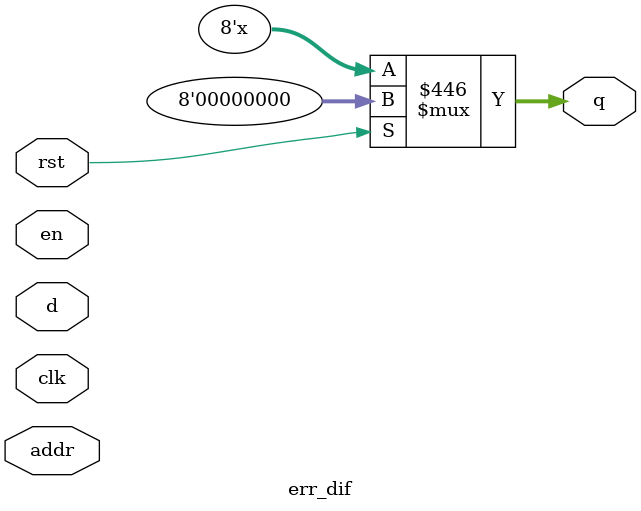
<source format=v>
`timescale 1ns/10ps

`define Pixel_DataSize  8




module err_dif(clk, rst, en , addr, d , q);
				
// ---------------------- input  ---------------------- //
input				  clk;
input		                  rst;
input                             en;
input  [2:0]                      addr;
input  [`Pixel_DataSize-1:0]	  d;

// ---------------------- output ---------------------- //
output   [`Pixel_DataSize-1:0]	  q;
// ----------------------  wire   ---------------------- //


// ----------------------  reg   ---------------------- //
reg [`Pixel_DataSize+4-1:0] error1, error3, error5, error7; 
reg addsub;
reg [`Pixel_DataSize-1:0] q;
reg [`Pixel_DataSize-1:0]   Out_C_pixel,Out_R_pixel,Out_LL_pixel,Out_LC_pixel,Out_LR_pixel;
//reg Done;

// ---------------------- Write down Your design below  ---------------------- //
/*assign error1 = d1[`Pixel_DataSize-1]?(12'b111111111111&(8'b11111111-d1)):(12'b111111111111&d1);
assign error3 = d1[`Pixel_DataSize-1]?(12'b111111111111&(8'b11111111-d1)*3):(12'b111111111111&(d1*3));
assign error5 = d1[`Pixel_DataSize-1]?(12'b111111111111&(8'b11111111-d1)*5):(12'b111111111111&(d1*5));
assign error7 = d1[`Pixel_DataSize-1]?(12'b111111111111&(8'b11111111-d1)*7):(12'b111111111111&(d1*7));
assign addsub = d1[`Pixel_DataSize-1]?1:0;*/


always@(*)begin

	if(rst)begin
		q = 8'b00000000;
                Out_C_pixel = 8'b0;
                Out_R_pixel = 8'b0;
                Out_LL_pixel = 8'b0;
                Out_LC_pixel = 8'b0;
                Out_LR_pixel = 8'b0;
		//Done<=1'b0;
	end
        else begin
        if(en==0)begin
          case(addr)
            3'b000:begin
                   if(d[`Pixel_DataSize-1]==1)begin
                     Out_C_pixel = 8'd255;
                     error1 = (12'b111111111111&(8'b11111111-d));
                     error3 = (12'b111111111111&(8'b11111111-d)*3);
                     error5 = (12'b111111111111&(8'b11111111-d)*5);
                     error7 = (12'b111111111111&(8'b11111111-d)*7);
                     addsub = 1'b1;
                   end
                   else begin
                     Out_C_pixel = 8'b0;
                     error1 = (12'b111111111111&d);
                     error3 = (12'b111111111111&(d*3));
                     error5 = (12'b111111111111&(d*5));
                     error7 = (12'b111111111111&(d*7));
                     addsub = 1'b0;
                   end
                   end
            3'b001:begin
                   if(addsub)begin
                     if(d>error7[11:4])Out_R_pixel=d-error7[11:4];
	             else Out_R_pixel=8'b00000000;
                   end
                   else begin
                     if({1'b0,d}+{1'b0,error7[11:4]}<255)Out_R_pixel=d+error7[11:4];
		     else Out_R_pixel=8'b11111111;
                   end
                   end
            3'b010:begin
                   if(addsub)begin
                     if(d>error3[11:4])Out_LL_pixel=d-error3[11:4];
		     else Out_LL_pixel=8'b00000000;
                   end
                   else begin
                     if({1'b0,d}+{1'b0,error7[11:4]}<255)Out_LL_pixel=d+error3[11:4];
		     else Out_LL_pixel=8'b11111111;
                   end
                   end
            3'b011:begin
                   if(addsub)begin
                     if(d>error5[11:4])Out_LC_pixel=d-error5[11:4];
		     else Out_LC_pixel=8'b00000000;
                   end
                   else begin
                     if({1'b0,d}+{1'b0,error7[11:4]}<255)Out_LC_pixel=d+error5[11:4];
		     else Out_LC_pixel=8'b11111111;
                   end
                   end
            3'b100:begin
                   if(addsub)begin
                     if(d>error1[11:4])Out_LR_pixel=d-error1[11:4];
		     else Out_LR_pixel=8'b00000000;
                   end
                   else begin
                     if({1'b0,d}+{1'b0,error7[11:4]}<255)Out_LR_pixel=d+error1[11:4];
		     else Out_LR_pixel=8'b11111111;
                   end
                   end 
            endcase
          end
          else begin
              case(addr)
                3'b000:q = Out_C_pixel;
                3'b001:q = Out_R_pixel;
                3'b010:q = Out_LL_pixel;
                3'b011:q = Out_LC_pixel;
                3'b100:q = Out_LR_pixel;
              endcase
          end
        end
end
endmodule

</source>
